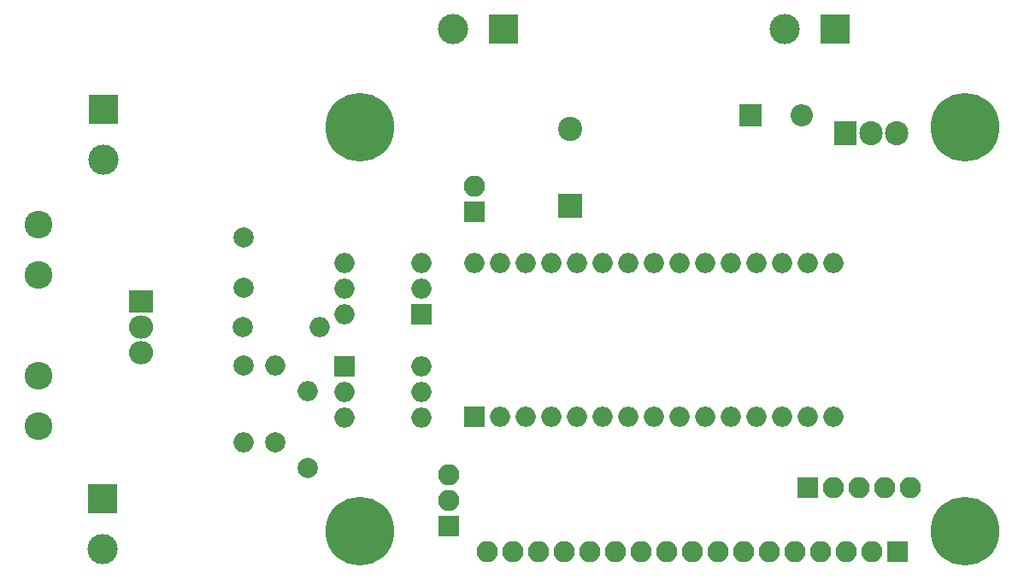
<source format=gbr>
G04 #@! TF.GenerationSoftware,KiCad,Pcbnew,(5.1.6)-1*
G04 #@! TF.CreationDate,2020-09-17T22:28:53+02:00*
G04 #@! TF.ProjectId,arduino_nano_reflow_TRIAC_v1_0,61726475-696e-46f5-9f6e-616e6f5f7265,1.0*
G04 #@! TF.SameCoordinates,Original*
G04 #@! TF.FileFunction,Soldermask,Bot*
G04 #@! TF.FilePolarity,Negative*
%FSLAX46Y46*%
G04 Gerber Fmt 4.6, Leading zero omitted, Abs format (unit mm)*
G04 Created by KiCad (PCBNEW (5.1.6)-1) date 2020-09-17 22:28:53*
%MOMM*%
%LPD*%
G01*
G04 APERTURE LIST*
%ADD10C,3.000000*%
%ADD11R,3.000000X3.000000*%
%ADD12O,2.000000X2.000000*%
%ADD13R,2.000000X2.000000*%
%ADD14O,2.200000X2.200000*%
%ADD15R,2.200000X2.200000*%
%ADD16C,2.000000*%
%ADD17O,2.400000X2.305000*%
%ADD18R,2.400000X2.305000*%
%ADD19C,6.800000*%
%ADD20O,2.305000X2.400000*%
%ADD21R,2.305000X2.400000*%
%ADD22C,2.400000*%
%ADD23R,2.400000X2.400000*%
%ADD24O,2.100000X2.100000*%
%ADD25R,2.100000X2.100000*%
%ADD26C,2.750000*%
G04 APERTURE END LIST*
D10*
X178618820Y-63199260D03*
D11*
X183618820Y-63199260D03*
D12*
X183428820Y-86459260D03*
X183428820Y-101699260D03*
X147868820Y-86459260D03*
X180888820Y-101699260D03*
X150408820Y-86459260D03*
X178348820Y-101699260D03*
X152948820Y-86459260D03*
X175808820Y-101699260D03*
X155488820Y-86459260D03*
X173268820Y-101699260D03*
X158028820Y-86459260D03*
X170728820Y-101699260D03*
X160568820Y-86459260D03*
X168188820Y-101699260D03*
X163108820Y-86459260D03*
X165648820Y-101699260D03*
X165648820Y-86459260D03*
X163108820Y-101699260D03*
X168188820Y-86459260D03*
X160568820Y-101699260D03*
X170728820Y-86459260D03*
X158028820Y-101699260D03*
X173268820Y-86459260D03*
X155488820Y-101699260D03*
X175808820Y-86459260D03*
X152948820Y-101699260D03*
X178348820Y-86459260D03*
X150408820Y-101699260D03*
X180888820Y-86459260D03*
D13*
X147868820Y-101699260D03*
D14*
X180298820Y-71799260D03*
D15*
X175218820Y-71799260D03*
D16*
X124985000Y-88925000D03*
X124985000Y-83925000D03*
D12*
X132538820Y-92749260D03*
D16*
X124918820Y-92749260D03*
D12*
X124985000Y-104245000D03*
D16*
X124985000Y-96625000D03*
D12*
X134998820Y-91545000D03*
X142618820Y-86465000D03*
X134998820Y-89005000D03*
X142618820Y-89005000D03*
X134998820Y-86465000D03*
D13*
X142618820Y-91545000D03*
D12*
X142638820Y-96649260D03*
X135018820Y-101729260D03*
X142638820Y-99189260D03*
X135018820Y-99189260D03*
X142638820Y-101729260D03*
D13*
X135018820Y-96649260D03*
D17*
X114823820Y-95339260D03*
X114823820Y-92799260D03*
D18*
X114823820Y-90259260D03*
D19*
X196493140Y-72990980D03*
X136493140Y-72990980D03*
X136493140Y-112990980D03*
X196493140Y-112990980D03*
D20*
X189698820Y-73599260D03*
X187158820Y-73599260D03*
D21*
X184618820Y-73599260D03*
D12*
X128160000Y-96625000D03*
D16*
X128160000Y-104245000D03*
D12*
X131335000Y-99165000D03*
D16*
X131335000Y-106785000D03*
D22*
X157370000Y-73150000D03*
D23*
X157370000Y-80750000D03*
D24*
X191025000Y-108690000D03*
X188485000Y-108690000D03*
X185945000Y-108690000D03*
X183405000Y-108690000D03*
D25*
X180865000Y-108690000D03*
D24*
X149115000Y-115040000D03*
X151655000Y-115040000D03*
X154195000Y-115040000D03*
X156735000Y-115040000D03*
X159275000Y-115040000D03*
X161815000Y-115040000D03*
X164355000Y-115040000D03*
X166895000Y-115040000D03*
X169435000Y-115040000D03*
X171975000Y-115040000D03*
X174515000Y-115040000D03*
X177055000Y-115040000D03*
X179595000Y-115040000D03*
X182135000Y-115040000D03*
X184675000Y-115040000D03*
X187215000Y-115040000D03*
D25*
X189755000Y-115040000D03*
D10*
X110993820Y-114824260D03*
D11*
X110993820Y-109824260D03*
D10*
X111093820Y-76174260D03*
D11*
X111093820Y-71174260D03*
D10*
X145718820Y-63199260D03*
D11*
X150718820Y-63199260D03*
D25*
X147845000Y-81385000D03*
D24*
X147845000Y-78845000D03*
D25*
X145305000Y-112500000D03*
D24*
X145305000Y-109960000D03*
X145305000Y-107420000D03*
D26*
X104663820Y-97639260D03*
X104663820Y-102639260D03*
X104663820Y-87639260D03*
X104663820Y-82639260D03*
M02*

</source>
